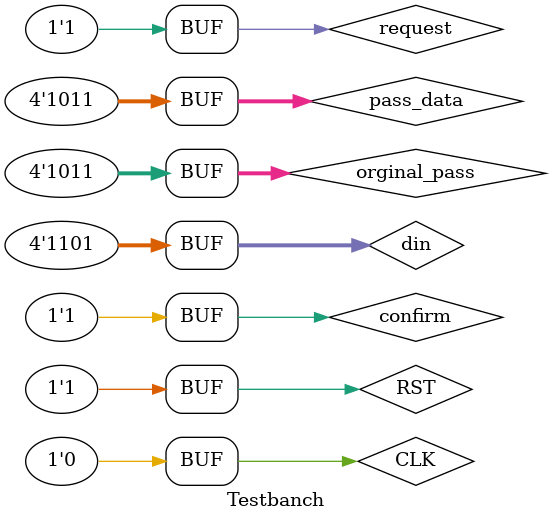
<source format=v>
`timescale 1ns / 1ps


module Testbanch;

	// Inputs
	reg [3:0] orginal_pass;
	reg request;
	reg [3:0] din;
	reg RST;
	reg CLK;
	reg confirm;
	reg [3:0] pass_data;

	// Outputs
	wire [3:0] qout_left;
	wire [3:0] qout_right;

	// Instantiate the Unit Under Test (UUT)
	System uut (
		.orginal_pass(orginal_pass), 
		.request(request), 
		.din(din), 
		.RST(RST), 
		.CLK(CLK), 
		.confirm(confirm), 
		.pass_data(pass_data), 
		.qout_left(qout_left), 
		.qout_right(qout_right)
	);

initial begin
		// Initialize Inputs
		orginal_pass = 4'b1011;
		request = 1'b0;
		RST = 1'b0;
		
		
		#30
		//s1
		RST = 1'b1;
		request = 1'b1;

		#30
		//S3
		request = 1'b1;
		confirm = 1'b1;
		pass_data = 4'b1011;
		
		#30
		//S2
		request = 1'b1;
		confirm = 1'b1;
		din = 4'b1101;
		
		
		
	end
	initial
   begin
      CLK = 1'b0;
      repeat (30)
      #10 CLK = ~CLK;
   end
      
endmodule




</source>
